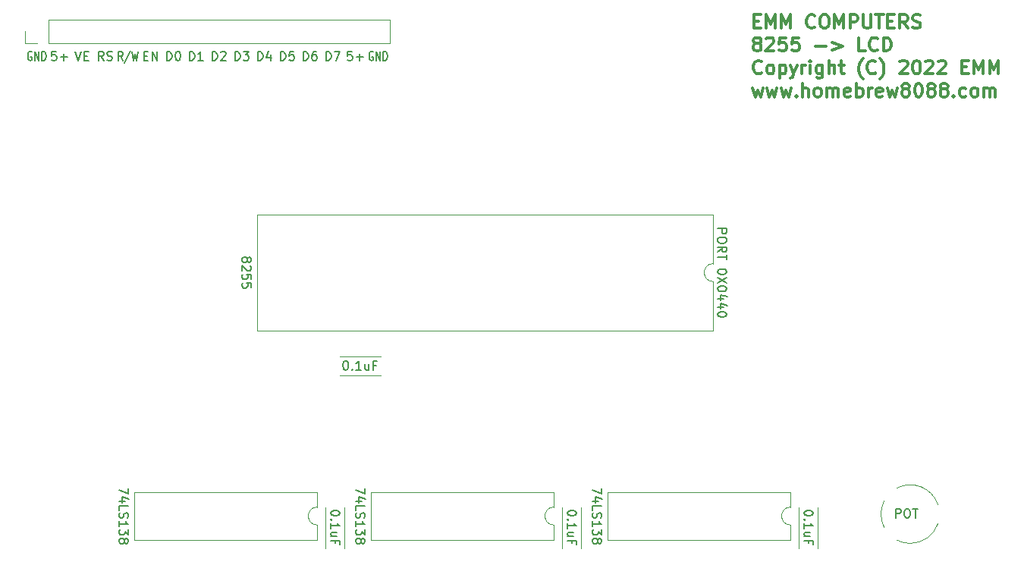
<source format=gbr>
G04 #@! TF.GenerationSoftware,KiCad,Pcbnew,(5.1.8)-1*
G04 #@! TF.CreationDate,2022-04-25T13:15:40-06:00*
G04 #@! TF.ProjectId,LCD 8255,4c434420-3832-4353-952e-6b696361645f,rev?*
G04 #@! TF.SameCoordinates,Original*
G04 #@! TF.FileFunction,Legend,Top*
G04 #@! TF.FilePolarity,Positive*
%FSLAX46Y46*%
G04 Gerber Fmt 4.6, Leading zero omitted, Abs format (unit mm)*
G04 Created by KiCad (PCBNEW (5.1.8)-1) date 2022-04-25 13:15:40*
%MOMM*%
%LPD*%
G01*
G04 APERTURE LIST*
%ADD10C,0.150000*%
%ADD11C,0.300000*%
%ADD12C,0.120000*%
G04 APERTURE END LIST*
D10*
X163885619Y-91615238D02*
X164885619Y-91615238D01*
X164885619Y-91996190D01*
X164838000Y-92091428D01*
X164790380Y-92139047D01*
X164695142Y-92186666D01*
X164552285Y-92186666D01*
X164457047Y-92139047D01*
X164409428Y-92091428D01*
X164361809Y-91996190D01*
X164361809Y-91615238D01*
X164885619Y-92805714D02*
X164885619Y-92996190D01*
X164838000Y-93091428D01*
X164742761Y-93186666D01*
X164552285Y-93234285D01*
X164218952Y-93234285D01*
X164028476Y-93186666D01*
X163933238Y-93091428D01*
X163885619Y-92996190D01*
X163885619Y-92805714D01*
X163933238Y-92710476D01*
X164028476Y-92615238D01*
X164218952Y-92567619D01*
X164552285Y-92567619D01*
X164742761Y-92615238D01*
X164838000Y-92710476D01*
X164885619Y-92805714D01*
X163885619Y-94234285D02*
X164361809Y-93900952D01*
X163885619Y-93662857D02*
X164885619Y-93662857D01*
X164885619Y-94043809D01*
X164838000Y-94139047D01*
X164790380Y-94186666D01*
X164695142Y-94234285D01*
X164552285Y-94234285D01*
X164457047Y-94186666D01*
X164409428Y-94139047D01*
X164361809Y-94043809D01*
X164361809Y-93662857D01*
X164885619Y-94520000D02*
X164885619Y-95091428D01*
X163885619Y-94805714D02*
X164885619Y-94805714D01*
X164885619Y-96377142D02*
X164885619Y-96472380D01*
X164838000Y-96567619D01*
X164790380Y-96615238D01*
X164695142Y-96662857D01*
X164504666Y-96710476D01*
X164266571Y-96710476D01*
X164076095Y-96662857D01*
X163980857Y-96615238D01*
X163933238Y-96567619D01*
X163885619Y-96472380D01*
X163885619Y-96377142D01*
X163933238Y-96281904D01*
X163980857Y-96234285D01*
X164076095Y-96186666D01*
X164266571Y-96139047D01*
X164504666Y-96139047D01*
X164695142Y-96186666D01*
X164790380Y-96234285D01*
X164838000Y-96281904D01*
X164885619Y-96377142D01*
X164885619Y-97043809D02*
X163885619Y-97710476D01*
X164885619Y-97710476D02*
X163885619Y-97043809D01*
X164885619Y-98281904D02*
X164885619Y-98377142D01*
X164838000Y-98472380D01*
X164790380Y-98520000D01*
X164695142Y-98567619D01*
X164504666Y-98615238D01*
X164266571Y-98615238D01*
X164076095Y-98567619D01*
X163980857Y-98520000D01*
X163933238Y-98472380D01*
X163885619Y-98377142D01*
X163885619Y-98281904D01*
X163933238Y-98186666D01*
X163980857Y-98139047D01*
X164076095Y-98091428D01*
X164266571Y-98043809D01*
X164504666Y-98043809D01*
X164695142Y-98091428D01*
X164790380Y-98139047D01*
X164838000Y-98186666D01*
X164885619Y-98281904D01*
X164552285Y-99472380D02*
X163885619Y-99472380D01*
X164933238Y-99234285D02*
X164218952Y-98996190D01*
X164218952Y-99615238D01*
X164552285Y-100424761D02*
X163885619Y-100424761D01*
X164933238Y-100186666D02*
X164218952Y-99948571D01*
X164218952Y-100567619D01*
X164885619Y-101139047D02*
X164885619Y-101234285D01*
X164838000Y-101329523D01*
X164790380Y-101377142D01*
X164695142Y-101424761D01*
X164504666Y-101472380D01*
X164266571Y-101472380D01*
X164076095Y-101424761D01*
X163980857Y-101377142D01*
X163933238Y-101329523D01*
X163885619Y-101234285D01*
X163885619Y-101139047D01*
X163933238Y-101043809D01*
X163980857Y-100996190D01*
X164076095Y-100948571D01*
X164266571Y-100900952D01*
X164504666Y-100900952D01*
X164695142Y-100948571D01*
X164790380Y-100996190D01*
X164838000Y-101043809D01*
X164885619Y-101139047D01*
D11*
X167938142Y-68457857D02*
X168438142Y-68457857D01*
X168652428Y-69243571D02*
X167938142Y-69243571D01*
X167938142Y-67743571D01*
X168652428Y-67743571D01*
X169295285Y-69243571D02*
X169295285Y-67743571D01*
X169795285Y-68815000D01*
X170295285Y-67743571D01*
X170295285Y-69243571D01*
X171009571Y-69243571D02*
X171009571Y-67743571D01*
X171509571Y-68815000D01*
X172009571Y-67743571D01*
X172009571Y-69243571D01*
X174723857Y-69100714D02*
X174652428Y-69172142D01*
X174438142Y-69243571D01*
X174295285Y-69243571D01*
X174081000Y-69172142D01*
X173938142Y-69029285D01*
X173866714Y-68886428D01*
X173795285Y-68600714D01*
X173795285Y-68386428D01*
X173866714Y-68100714D01*
X173938142Y-67957857D01*
X174081000Y-67815000D01*
X174295285Y-67743571D01*
X174438142Y-67743571D01*
X174652428Y-67815000D01*
X174723857Y-67886428D01*
X175652428Y-67743571D02*
X175938142Y-67743571D01*
X176081000Y-67815000D01*
X176223857Y-67957857D01*
X176295285Y-68243571D01*
X176295285Y-68743571D01*
X176223857Y-69029285D01*
X176081000Y-69172142D01*
X175938142Y-69243571D01*
X175652428Y-69243571D01*
X175509571Y-69172142D01*
X175366714Y-69029285D01*
X175295285Y-68743571D01*
X175295285Y-68243571D01*
X175366714Y-67957857D01*
X175509571Y-67815000D01*
X175652428Y-67743571D01*
X176938142Y-69243571D02*
X176938142Y-67743571D01*
X177438142Y-68815000D01*
X177938142Y-67743571D01*
X177938142Y-69243571D01*
X178652428Y-69243571D02*
X178652428Y-67743571D01*
X179223857Y-67743571D01*
X179366714Y-67815000D01*
X179438142Y-67886428D01*
X179509571Y-68029285D01*
X179509571Y-68243571D01*
X179438142Y-68386428D01*
X179366714Y-68457857D01*
X179223857Y-68529285D01*
X178652428Y-68529285D01*
X180152428Y-67743571D02*
X180152428Y-68957857D01*
X180223857Y-69100714D01*
X180295285Y-69172142D01*
X180438142Y-69243571D01*
X180723857Y-69243571D01*
X180866714Y-69172142D01*
X180938142Y-69100714D01*
X181009571Y-68957857D01*
X181009571Y-67743571D01*
X181509571Y-67743571D02*
X182366714Y-67743571D01*
X181938142Y-69243571D02*
X181938142Y-67743571D01*
X182866714Y-68457857D02*
X183366714Y-68457857D01*
X183581000Y-69243571D02*
X182866714Y-69243571D01*
X182866714Y-67743571D01*
X183581000Y-67743571D01*
X185081000Y-69243571D02*
X184581000Y-68529285D01*
X184223857Y-69243571D02*
X184223857Y-67743571D01*
X184795285Y-67743571D01*
X184938142Y-67815000D01*
X185009571Y-67886428D01*
X185081000Y-68029285D01*
X185081000Y-68243571D01*
X185009571Y-68386428D01*
X184938142Y-68457857D01*
X184795285Y-68529285D01*
X184223857Y-68529285D01*
X185652428Y-69172142D02*
X185866714Y-69243571D01*
X186223857Y-69243571D01*
X186366714Y-69172142D01*
X186438142Y-69100714D01*
X186509571Y-68957857D01*
X186509571Y-68815000D01*
X186438142Y-68672142D01*
X186366714Y-68600714D01*
X186223857Y-68529285D01*
X185938142Y-68457857D01*
X185795285Y-68386428D01*
X185723857Y-68315000D01*
X185652428Y-68172142D01*
X185652428Y-68029285D01*
X185723857Y-67886428D01*
X185795285Y-67815000D01*
X185938142Y-67743571D01*
X186295285Y-67743571D01*
X186509571Y-67815000D01*
X168152428Y-70936428D02*
X168009571Y-70865000D01*
X167938142Y-70793571D01*
X167866714Y-70650714D01*
X167866714Y-70579285D01*
X167938142Y-70436428D01*
X168009571Y-70365000D01*
X168152428Y-70293571D01*
X168438142Y-70293571D01*
X168581000Y-70365000D01*
X168652428Y-70436428D01*
X168723857Y-70579285D01*
X168723857Y-70650714D01*
X168652428Y-70793571D01*
X168581000Y-70865000D01*
X168438142Y-70936428D01*
X168152428Y-70936428D01*
X168009571Y-71007857D01*
X167938142Y-71079285D01*
X167866714Y-71222142D01*
X167866714Y-71507857D01*
X167938142Y-71650714D01*
X168009571Y-71722142D01*
X168152428Y-71793571D01*
X168438142Y-71793571D01*
X168581000Y-71722142D01*
X168652428Y-71650714D01*
X168723857Y-71507857D01*
X168723857Y-71222142D01*
X168652428Y-71079285D01*
X168581000Y-71007857D01*
X168438142Y-70936428D01*
X169295285Y-70436428D02*
X169366714Y-70365000D01*
X169509571Y-70293571D01*
X169866714Y-70293571D01*
X170009571Y-70365000D01*
X170081000Y-70436428D01*
X170152428Y-70579285D01*
X170152428Y-70722142D01*
X170081000Y-70936428D01*
X169223857Y-71793571D01*
X170152428Y-71793571D01*
X171509571Y-70293571D02*
X170795285Y-70293571D01*
X170723857Y-71007857D01*
X170795285Y-70936428D01*
X170938142Y-70865000D01*
X171295285Y-70865000D01*
X171438142Y-70936428D01*
X171509571Y-71007857D01*
X171581000Y-71150714D01*
X171581000Y-71507857D01*
X171509571Y-71650714D01*
X171438142Y-71722142D01*
X171295285Y-71793571D01*
X170938142Y-71793571D01*
X170795285Y-71722142D01*
X170723857Y-71650714D01*
X172938142Y-70293571D02*
X172223857Y-70293571D01*
X172152428Y-71007857D01*
X172223857Y-70936428D01*
X172366714Y-70865000D01*
X172723857Y-70865000D01*
X172866714Y-70936428D01*
X172938142Y-71007857D01*
X173009571Y-71150714D01*
X173009571Y-71507857D01*
X172938142Y-71650714D01*
X172866714Y-71722142D01*
X172723857Y-71793571D01*
X172366714Y-71793571D01*
X172223857Y-71722142D01*
X172152428Y-71650714D01*
X174795285Y-71222142D02*
X175938142Y-71222142D01*
X176652428Y-70793571D02*
X177795285Y-71222142D01*
X176652428Y-71650714D01*
X180366714Y-71793571D02*
X179652428Y-71793571D01*
X179652428Y-70293571D01*
X181723857Y-71650714D02*
X181652428Y-71722142D01*
X181438142Y-71793571D01*
X181295285Y-71793571D01*
X181081000Y-71722142D01*
X180938142Y-71579285D01*
X180866714Y-71436428D01*
X180795285Y-71150714D01*
X180795285Y-70936428D01*
X180866714Y-70650714D01*
X180938142Y-70507857D01*
X181081000Y-70365000D01*
X181295285Y-70293571D01*
X181438142Y-70293571D01*
X181652428Y-70365000D01*
X181723857Y-70436428D01*
X182366714Y-71793571D02*
X182366714Y-70293571D01*
X182723857Y-70293571D01*
X182938142Y-70365000D01*
X183081000Y-70507857D01*
X183152428Y-70650714D01*
X183223857Y-70936428D01*
X183223857Y-71150714D01*
X183152428Y-71436428D01*
X183081000Y-71579285D01*
X182938142Y-71722142D01*
X182723857Y-71793571D01*
X182366714Y-71793571D01*
X168795285Y-74200714D02*
X168723857Y-74272142D01*
X168509571Y-74343571D01*
X168366714Y-74343571D01*
X168152428Y-74272142D01*
X168009571Y-74129285D01*
X167938142Y-73986428D01*
X167866714Y-73700714D01*
X167866714Y-73486428D01*
X167938142Y-73200714D01*
X168009571Y-73057857D01*
X168152428Y-72915000D01*
X168366714Y-72843571D01*
X168509571Y-72843571D01*
X168723857Y-72915000D01*
X168795285Y-72986428D01*
X169652428Y-74343571D02*
X169509571Y-74272142D01*
X169438142Y-74200714D01*
X169366714Y-74057857D01*
X169366714Y-73629285D01*
X169438142Y-73486428D01*
X169509571Y-73415000D01*
X169652428Y-73343571D01*
X169866714Y-73343571D01*
X170009571Y-73415000D01*
X170081000Y-73486428D01*
X170152428Y-73629285D01*
X170152428Y-74057857D01*
X170081000Y-74200714D01*
X170009571Y-74272142D01*
X169866714Y-74343571D01*
X169652428Y-74343571D01*
X170795285Y-73343571D02*
X170795285Y-74843571D01*
X170795285Y-73415000D02*
X170938142Y-73343571D01*
X171223857Y-73343571D01*
X171366714Y-73415000D01*
X171438142Y-73486428D01*
X171509571Y-73629285D01*
X171509571Y-74057857D01*
X171438142Y-74200714D01*
X171366714Y-74272142D01*
X171223857Y-74343571D01*
X170938142Y-74343571D01*
X170795285Y-74272142D01*
X172009571Y-73343571D02*
X172366714Y-74343571D01*
X172723857Y-73343571D02*
X172366714Y-74343571D01*
X172223857Y-74700714D01*
X172152428Y-74772142D01*
X172009571Y-74843571D01*
X173295285Y-74343571D02*
X173295285Y-73343571D01*
X173295285Y-73629285D02*
X173366714Y-73486428D01*
X173438142Y-73415000D01*
X173581000Y-73343571D01*
X173723857Y-73343571D01*
X174223857Y-74343571D02*
X174223857Y-73343571D01*
X174223857Y-72843571D02*
X174152428Y-72915000D01*
X174223857Y-72986428D01*
X174295285Y-72915000D01*
X174223857Y-72843571D01*
X174223857Y-72986428D01*
X175581000Y-73343571D02*
X175581000Y-74557857D01*
X175509571Y-74700714D01*
X175438142Y-74772142D01*
X175295285Y-74843571D01*
X175081000Y-74843571D01*
X174938142Y-74772142D01*
X175581000Y-74272142D02*
X175438142Y-74343571D01*
X175152428Y-74343571D01*
X175009571Y-74272142D01*
X174938142Y-74200714D01*
X174866714Y-74057857D01*
X174866714Y-73629285D01*
X174938142Y-73486428D01*
X175009571Y-73415000D01*
X175152428Y-73343571D01*
X175438142Y-73343571D01*
X175581000Y-73415000D01*
X176295285Y-74343571D02*
X176295285Y-72843571D01*
X176938142Y-74343571D02*
X176938142Y-73557857D01*
X176866714Y-73415000D01*
X176723857Y-73343571D01*
X176509571Y-73343571D01*
X176366714Y-73415000D01*
X176295285Y-73486428D01*
X177438142Y-73343571D02*
X178009571Y-73343571D01*
X177652428Y-72843571D02*
X177652428Y-74129285D01*
X177723857Y-74272142D01*
X177866714Y-74343571D01*
X178009571Y-74343571D01*
X180081000Y-74915000D02*
X180009571Y-74843571D01*
X179866714Y-74629285D01*
X179795285Y-74486428D01*
X179723857Y-74272142D01*
X179652428Y-73915000D01*
X179652428Y-73629285D01*
X179723857Y-73272142D01*
X179795285Y-73057857D01*
X179866714Y-72915000D01*
X180009571Y-72700714D01*
X180081000Y-72629285D01*
X181509571Y-74200714D02*
X181438142Y-74272142D01*
X181223857Y-74343571D01*
X181081000Y-74343571D01*
X180866714Y-74272142D01*
X180723857Y-74129285D01*
X180652428Y-73986428D01*
X180581000Y-73700714D01*
X180581000Y-73486428D01*
X180652428Y-73200714D01*
X180723857Y-73057857D01*
X180866714Y-72915000D01*
X181081000Y-72843571D01*
X181223857Y-72843571D01*
X181438142Y-72915000D01*
X181509571Y-72986428D01*
X182009571Y-74915000D02*
X182081000Y-74843571D01*
X182223857Y-74629285D01*
X182295285Y-74486428D01*
X182366714Y-74272142D01*
X182438142Y-73915000D01*
X182438142Y-73629285D01*
X182366714Y-73272142D01*
X182295285Y-73057857D01*
X182223857Y-72915000D01*
X182081000Y-72700714D01*
X182009571Y-72629285D01*
X184223857Y-72986428D02*
X184295285Y-72915000D01*
X184438142Y-72843571D01*
X184795285Y-72843571D01*
X184938142Y-72915000D01*
X185009571Y-72986428D01*
X185081000Y-73129285D01*
X185081000Y-73272142D01*
X185009571Y-73486428D01*
X184152428Y-74343571D01*
X185081000Y-74343571D01*
X186009571Y-72843571D02*
X186152428Y-72843571D01*
X186295285Y-72915000D01*
X186366714Y-72986428D01*
X186438142Y-73129285D01*
X186509571Y-73415000D01*
X186509571Y-73772142D01*
X186438142Y-74057857D01*
X186366714Y-74200714D01*
X186295285Y-74272142D01*
X186152428Y-74343571D01*
X186009571Y-74343571D01*
X185866714Y-74272142D01*
X185795285Y-74200714D01*
X185723857Y-74057857D01*
X185652428Y-73772142D01*
X185652428Y-73415000D01*
X185723857Y-73129285D01*
X185795285Y-72986428D01*
X185866714Y-72915000D01*
X186009571Y-72843571D01*
X187081000Y-72986428D02*
X187152428Y-72915000D01*
X187295285Y-72843571D01*
X187652428Y-72843571D01*
X187795285Y-72915000D01*
X187866714Y-72986428D01*
X187938142Y-73129285D01*
X187938142Y-73272142D01*
X187866714Y-73486428D01*
X187009571Y-74343571D01*
X187938142Y-74343571D01*
X188509571Y-72986428D02*
X188581000Y-72915000D01*
X188723857Y-72843571D01*
X189081000Y-72843571D01*
X189223857Y-72915000D01*
X189295285Y-72986428D01*
X189366714Y-73129285D01*
X189366714Y-73272142D01*
X189295285Y-73486428D01*
X188438142Y-74343571D01*
X189366714Y-74343571D01*
X191152428Y-73557857D02*
X191652428Y-73557857D01*
X191866714Y-74343571D02*
X191152428Y-74343571D01*
X191152428Y-72843571D01*
X191866714Y-72843571D01*
X192509571Y-74343571D02*
X192509571Y-72843571D01*
X193009571Y-73915000D01*
X193509571Y-72843571D01*
X193509571Y-74343571D01*
X194223857Y-74343571D02*
X194223857Y-72843571D01*
X194723857Y-73915000D01*
X195223857Y-72843571D01*
X195223857Y-74343571D01*
X167795285Y-75893571D02*
X168081000Y-76893571D01*
X168366714Y-76179285D01*
X168652428Y-76893571D01*
X168938142Y-75893571D01*
X169366714Y-75893571D02*
X169652428Y-76893571D01*
X169938142Y-76179285D01*
X170223857Y-76893571D01*
X170509571Y-75893571D01*
X170938142Y-75893571D02*
X171223857Y-76893571D01*
X171509571Y-76179285D01*
X171795285Y-76893571D01*
X172081000Y-75893571D01*
X172652428Y-76750714D02*
X172723857Y-76822142D01*
X172652428Y-76893571D01*
X172581000Y-76822142D01*
X172652428Y-76750714D01*
X172652428Y-76893571D01*
X173366714Y-76893571D02*
X173366714Y-75393571D01*
X174009571Y-76893571D02*
X174009571Y-76107857D01*
X173938142Y-75965000D01*
X173795285Y-75893571D01*
X173581000Y-75893571D01*
X173438142Y-75965000D01*
X173366714Y-76036428D01*
X174938142Y-76893571D02*
X174795285Y-76822142D01*
X174723857Y-76750714D01*
X174652428Y-76607857D01*
X174652428Y-76179285D01*
X174723857Y-76036428D01*
X174795285Y-75965000D01*
X174938142Y-75893571D01*
X175152428Y-75893571D01*
X175295285Y-75965000D01*
X175366714Y-76036428D01*
X175438142Y-76179285D01*
X175438142Y-76607857D01*
X175366714Y-76750714D01*
X175295285Y-76822142D01*
X175152428Y-76893571D01*
X174938142Y-76893571D01*
X176081000Y-76893571D02*
X176081000Y-75893571D01*
X176081000Y-76036428D02*
X176152428Y-75965000D01*
X176295285Y-75893571D01*
X176509571Y-75893571D01*
X176652428Y-75965000D01*
X176723857Y-76107857D01*
X176723857Y-76893571D01*
X176723857Y-76107857D02*
X176795285Y-75965000D01*
X176938142Y-75893571D01*
X177152428Y-75893571D01*
X177295285Y-75965000D01*
X177366714Y-76107857D01*
X177366714Y-76893571D01*
X178652428Y-76822142D02*
X178509571Y-76893571D01*
X178223857Y-76893571D01*
X178081000Y-76822142D01*
X178009571Y-76679285D01*
X178009571Y-76107857D01*
X178081000Y-75965000D01*
X178223857Y-75893571D01*
X178509571Y-75893571D01*
X178652428Y-75965000D01*
X178723857Y-76107857D01*
X178723857Y-76250714D01*
X178009571Y-76393571D01*
X179366714Y-76893571D02*
X179366714Y-75393571D01*
X179366714Y-75965000D02*
X179509571Y-75893571D01*
X179795285Y-75893571D01*
X179938142Y-75965000D01*
X180009571Y-76036428D01*
X180081000Y-76179285D01*
X180081000Y-76607857D01*
X180009571Y-76750714D01*
X179938142Y-76822142D01*
X179795285Y-76893571D01*
X179509571Y-76893571D01*
X179366714Y-76822142D01*
X180723857Y-76893571D02*
X180723857Y-75893571D01*
X180723857Y-76179285D02*
X180795285Y-76036428D01*
X180866714Y-75965000D01*
X181009571Y-75893571D01*
X181152428Y-75893571D01*
X182223857Y-76822142D02*
X182081000Y-76893571D01*
X181795285Y-76893571D01*
X181652428Y-76822142D01*
X181581000Y-76679285D01*
X181581000Y-76107857D01*
X181652428Y-75965000D01*
X181795285Y-75893571D01*
X182081000Y-75893571D01*
X182223857Y-75965000D01*
X182295285Y-76107857D01*
X182295285Y-76250714D01*
X181581000Y-76393571D01*
X182795285Y-75893571D02*
X183081000Y-76893571D01*
X183366714Y-76179285D01*
X183652428Y-76893571D01*
X183938142Y-75893571D01*
X184723857Y-76036428D02*
X184581000Y-75965000D01*
X184509571Y-75893571D01*
X184438142Y-75750714D01*
X184438142Y-75679285D01*
X184509571Y-75536428D01*
X184581000Y-75465000D01*
X184723857Y-75393571D01*
X185009571Y-75393571D01*
X185152428Y-75465000D01*
X185223857Y-75536428D01*
X185295285Y-75679285D01*
X185295285Y-75750714D01*
X185223857Y-75893571D01*
X185152428Y-75965000D01*
X185009571Y-76036428D01*
X184723857Y-76036428D01*
X184581000Y-76107857D01*
X184509571Y-76179285D01*
X184438142Y-76322142D01*
X184438142Y-76607857D01*
X184509571Y-76750714D01*
X184581000Y-76822142D01*
X184723857Y-76893571D01*
X185009571Y-76893571D01*
X185152428Y-76822142D01*
X185223857Y-76750714D01*
X185295285Y-76607857D01*
X185295285Y-76322142D01*
X185223857Y-76179285D01*
X185152428Y-76107857D01*
X185009571Y-76036428D01*
X186223857Y-75393571D02*
X186366714Y-75393571D01*
X186509571Y-75465000D01*
X186581000Y-75536428D01*
X186652428Y-75679285D01*
X186723857Y-75965000D01*
X186723857Y-76322142D01*
X186652428Y-76607857D01*
X186581000Y-76750714D01*
X186509571Y-76822142D01*
X186366714Y-76893571D01*
X186223857Y-76893571D01*
X186081000Y-76822142D01*
X186009571Y-76750714D01*
X185938142Y-76607857D01*
X185866714Y-76322142D01*
X185866714Y-75965000D01*
X185938142Y-75679285D01*
X186009571Y-75536428D01*
X186081000Y-75465000D01*
X186223857Y-75393571D01*
X187581000Y-76036428D02*
X187438142Y-75965000D01*
X187366714Y-75893571D01*
X187295285Y-75750714D01*
X187295285Y-75679285D01*
X187366714Y-75536428D01*
X187438142Y-75465000D01*
X187581000Y-75393571D01*
X187866714Y-75393571D01*
X188009571Y-75465000D01*
X188081000Y-75536428D01*
X188152428Y-75679285D01*
X188152428Y-75750714D01*
X188081000Y-75893571D01*
X188009571Y-75965000D01*
X187866714Y-76036428D01*
X187581000Y-76036428D01*
X187438142Y-76107857D01*
X187366714Y-76179285D01*
X187295285Y-76322142D01*
X187295285Y-76607857D01*
X187366714Y-76750714D01*
X187438142Y-76822142D01*
X187581000Y-76893571D01*
X187866714Y-76893571D01*
X188009571Y-76822142D01*
X188081000Y-76750714D01*
X188152428Y-76607857D01*
X188152428Y-76322142D01*
X188081000Y-76179285D01*
X188009571Y-76107857D01*
X187866714Y-76036428D01*
X189009571Y-76036428D02*
X188866714Y-75965000D01*
X188795285Y-75893571D01*
X188723857Y-75750714D01*
X188723857Y-75679285D01*
X188795285Y-75536428D01*
X188866714Y-75465000D01*
X189009571Y-75393571D01*
X189295285Y-75393571D01*
X189438142Y-75465000D01*
X189509571Y-75536428D01*
X189581000Y-75679285D01*
X189581000Y-75750714D01*
X189509571Y-75893571D01*
X189438142Y-75965000D01*
X189295285Y-76036428D01*
X189009571Y-76036428D01*
X188866714Y-76107857D01*
X188795285Y-76179285D01*
X188723857Y-76322142D01*
X188723857Y-76607857D01*
X188795285Y-76750714D01*
X188866714Y-76822142D01*
X189009571Y-76893571D01*
X189295285Y-76893571D01*
X189438142Y-76822142D01*
X189509571Y-76750714D01*
X189581000Y-76607857D01*
X189581000Y-76322142D01*
X189509571Y-76179285D01*
X189438142Y-76107857D01*
X189295285Y-76036428D01*
X190223857Y-76750714D02*
X190295285Y-76822142D01*
X190223857Y-76893571D01*
X190152428Y-76822142D01*
X190223857Y-76750714D01*
X190223857Y-76893571D01*
X191581000Y-76822142D02*
X191438142Y-76893571D01*
X191152428Y-76893571D01*
X191009571Y-76822142D01*
X190938142Y-76750714D01*
X190866714Y-76607857D01*
X190866714Y-76179285D01*
X190938142Y-76036428D01*
X191009571Y-75965000D01*
X191152428Y-75893571D01*
X191438142Y-75893571D01*
X191581000Y-75965000D01*
X192438142Y-76893571D02*
X192295285Y-76822142D01*
X192223857Y-76750714D01*
X192152428Y-76607857D01*
X192152428Y-76179285D01*
X192223857Y-76036428D01*
X192295285Y-75965000D01*
X192438142Y-75893571D01*
X192652428Y-75893571D01*
X192795285Y-75965000D01*
X192866714Y-76036428D01*
X192938142Y-76179285D01*
X192938142Y-76607857D01*
X192866714Y-76750714D01*
X192795285Y-76822142D01*
X192652428Y-76893571D01*
X192438142Y-76893571D01*
X193581000Y-76893571D02*
X193581000Y-75893571D01*
X193581000Y-76036428D02*
X193652428Y-75965000D01*
X193795285Y-75893571D01*
X194009571Y-75893571D01*
X194152428Y-75965000D01*
X194223857Y-76107857D01*
X194223857Y-76893571D01*
X194223857Y-76107857D02*
X194295285Y-75965000D01*
X194438142Y-75893571D01*
X194652428Y-75893571D01*
X194795285Y-75965000D01*
X194866714Y-76107857D01*
X194866714Y-76893571D01*
D10*
X120165904Y-72842380D02*
X120165904Y-71842380D01*
X120404000Y-71842380D01*
X120546857Y-71890000D01*
X120642095Y-71985238D01*
X120689714Y-72080476D01*
X120737333Y-72270952D01*
X120737333Y-72413809D01*
X120689714Y-72604285D01*
X120642095Y-72699523D01*
X120546857Y-72794761D01*
X120404000Y-72842380D01*
X120165904Y-72842380D01*
X121070666Y-71842380D02*
X121737333Y-71842380D01*
X121308761Y-72842380D01*
X117625904Y-72842380D02*
X117625904Y-71842380D01*
X117864000Y-71842380D01*
X118006857Y-71890000D01*
X118102095Y-71985238D01*
X118149714Y-72080476D01*
X118197333Y-72270952D01*
X118197333Y-72413809D01*
X118149714Y-72604285D01*
X118102095Y-72699523D01*
X118006857Y-72794761D01*
X117864000Y-72842380D01*
X117625904Y-72842380D01*
X119054476Y-71842380D02*
X118864000Y-71842380D01*
X118768761Y-71890000D01*
X118721142Y-71937619D01*
X118625904Y-72080476D01*
X118578285Y-72270952D01*
X118578285Y-72651904D01*
X118625904Y-72747142D01*
X118673523Y-72794761D01*
X118768761Y-72842380D01*
X118959238Y-72842380D01*
X119054476Y-72794761D01*
X119102095Y-72747142D01*
X119149714Y-72651904D01*
X119149714Y-72413809D01*
X119102095Y-72318571D01*
X119054476Y-72270952D01*
X118959238Y-72223333D01*
X118768761Y-72223333D01*
X118673523Y-72270952D01*
X118625904Y-72318571D01*
X118578285Y-72413809D01*
X115085904Y-72842380D02*
X115085904Y-71842380D01*
X115324000Y-71842380D01*
X115466857Y-71890000D01*
X115562095Y-71985238D01*
X115609714Y-72080476D01*
X115657333Y-72270952D01*
X115657333Y-72413809D01*
X115609714Y-72604285D01*
X115562095Y-72699523D01*
X115466857Y-72794761D01*
X115324000Y-72842380D01*
X115085904Y-72842380D01*
X116562095Y-71842380D02*
X116085904Y-71842380D01*
X116038285Y-72318571D01*
X116085904Y-72270952D01*
X116181142Y-72223333D01*
X116419238Y-72223333D01*
X116514476Y-72270952D01*
X116562095Y-72318571D01*
X116609714Y-72413809D01*
X116609714Y-72651904D01*
X116562095Y-72747142D01*
X116514476Y-72794761D01*
X116419238Y-72842380D01*
X116181142Y-72842380D01*
X116085904Y-72794761D01*
X116038285Y-72747142D01*
X112545904Y-72842380D02*
X112545904Y-71842380D01*
X112784000Y-71842380D01*
X112926857Y-71890000D01*
X113022095Y-71985238D01*
X113069714Y-72080476D01*
X113117333Y-72270952D01*
X113117333Y-72413809D01*
X113069714Y-72604285D01*
X113022095Y-72699523D01*
X112926857Y-72794761D01*
X112784000Y-72842380D01*
X112545904Y-72842380D01*
X113974476Y-72175714D02*
X113974476Y-72842380D01*
X113736380Y-71794761D02*
X113498285Y-72509047D01*
X114117333Y-72509047D01*
X110005904Y-72842380D02*
X110005904Y-71842380D01*
X110244000Y-71842380D01*
X110386857Y-71890000D01*
X110482095Y-71985238D01*
X110529714Y-72080476D01*
X110577333Y-72270952D01*
X110577333Y-72413809D01*
X110529714Y-72604285D01*
X110482095Y-72699523D01*
X110386857Y-72794761D01*
X110244000Y-72842380D01*
X110005904Y-72842380D01*
X110910666Y-71842380D02*
X111529714Y-71842380D01*
X111196380Y-72223333D01*
X111339238Y-72223333D01*
X111434476Y-72270952D01*
X111482095Y-72318571D01*
X111529714Y-72413809D01*
X111529714Y-72651904D01*
X111482095Y-72747142D01*
X111434476Y-72794761D01*
X111339238Y-72842380D01*
X111053523Y-72842380D01*
X110958285Y-72794761D01*
X110910666Y-72747142D01*
X107465904Y-72842380D02*
X107465904Y-71842380D01*
X107704000Y-71842380D01*
X107846857Y-71890000D01*
X107942095Y-71985238D01*
X107989714Y-72080476D01*
X108037333Y-72270952D01*
X108037333Y-72413809D01*
X107989714Y-72604285D01*
X107942095Y-72699523D01*
X107846857Y-72794761D01*
X107704000Y-72842380D01*
X107465904Y-72842380D01*
X108418285Y-71937619D02*
X108465904Y-71890000D01*
X108561142Y-71842380D01*
X108799238Y-71842380D01*
X108894476Y-71890000D01*
X108942095Y-71937619D01*
X108989714Y-72032857D01*
X108989714Y-72128095D01*
X108942095Y-72270952D01*
X108370666Y-72842380D01*
X108989714Y-72842380D01*
X104925904Y-72842380D02*
X104925904Y-71842380D01*
X105164000Y-71842380D01*
X105306857Y-71890000D01*
X105402095Y-71985238D01*
X105449714Y-72080476D01*
X105497333Y-72270952D01*
X105497333Y-72413809D01*
X105449714Y-72604285D01*
X105402095Y-72699523D01*
X105306857Y-72794761D01*
X105164000Y-72842380D01*
X104925904Y-72842380D01*
X106449714Y-72842380D02*
X105878285Y-72842380D01*
X106164000Y-72842380D02*
X106164000Y-71842380D01*
X106068761Y-71985238D01*
X105973523Y-72080476D01*
X105878285Y-72128095D01*
X102385904Y-72842380D02*
X102385904Y-71842380D01*
X102624000Y-71842380D01*
X102766857Y-71890000D01*
X102862095Y-71985238D01*
X102909714Y-72080476D01*
X102957333Y-72270952D01*
X102957333Y-72413809D01*
X102909714Y-72604285D01*
X102862095Y-72699523D01*
X102766857Y-72794761D01*
X102624000Y-72842380D01*
X102385904Y-72842380D01*
X103576380Y-71842380D02*
X103671619Y-71842380D01*
X103766857Y-71890000D01*
X103814476Y-71937619D01*
X103862095Y-72032857D01*
X103909714Y-72223333D01*
X103909714Y-72461428D01*
X103862095Y-72651904D01*
X103814476Y-72747142D01*
X103766857Y-72794761D01*
X103671619Y-72842380D01*
X103576380Y-72842380D01*
X103481142Y-72794761D01*
X103433523Y-72747142D01*
X103385904Y-72651904D01*
X103338285Y-72461428D01*
X103338285Y-72223333D01*
X103385904Y-72032857D01*
X103433523Y-71937619D01*
X103481142Y-71890000D01*
X103576380Y-71842380D01*
X92178285Y-71842380D02*
X92511619Y-72842380D01*
X92844952Y-71842380D01*
X93178285Y-72318571D02*
X93511619Y-72318571D01*
X93654476Y-72842380D02*
X93178285Y-72842380D01*
X93178285Y-71842380D01*
X93654476Y-71842380D01*
X99845904Y-72318571D02*
X100179238Y-72318571D01*
X100322095Y-72842380D02*
X99845904Y-72842380D01*
X99845904Y-71842380D01*
X100322095Y-71842380D01*
X100750666Y-72842380D02*
X100750666Y-71842380D01*
X101322095Y-72842380D01*
X101322095Y-71842380D01*
X97445285Y-72842380D02*
X97191285Y-72366190D01*
X97009857Y-72842380D02*
X97009857Y-71842380D01*
X97300142Y-71842380D01*
X97372714Y-71890000D01*
X97409000Y-71937619D01*
X97445285Y-72032857D01*
X97445285Y-72175714D01*
X97409000Y-72270952D01*
X97372714Y-72318571D01*
X97300142Y-72366190D01*
X97009857Y-72366190D01*
X98316142Y-71794761D02*
X97663000Y-73080476D01*
X98497571Y-71842380D02*
X98679000Y-72842380D01*
X98824142Y-72128095D01*
X98969285Y-72842380D01*
X99150714Y-71842380D01*
X95337333Y-72842380D02*
X95004000Y-72366190D01*
X94765904Y-72842380D02*
X94765904Y-71842380D01*
X95146857Y-71842380D01*
X95242095Y-71890000D01*
X95289714Y-71937619D01*
X95337333Y-72032857D01*
X95337333Y-72175714D01*
X95289714Y-72270952D01*
X95242095Y-72318571D01*
X95146857Y-72366190D01*
X94765904Y-72366190D01*
X95718285Y-72794761D02*
X95861142Y-72842380D01*
X96099238Y-72842380D01*
X96194476Y-72794761D01*
X96242095Y-72747142D01*
X96289714Y-72651904D01*
X96289714Y-72556666D01*
X96242095Y-72461428D01*
X96194476Y-72413809D01*
X96099238Y-72366190D01*
X95908761Y-72318571D01*
X95813523Y-72270952D01*
X95765904Y-72223333D01*
X95718285Y-72128095D01*
X95718285Y-72032857D01*
X95765904Y-71937619D01*
X95813523Y-71890000D01*
X95908761Y-71842380D01*
X96146857Y-71842380D01*
X96289714Y-71890000D01*
X123063047Y-71842380D02*
X122586857Y-71842380D01*
X122539238Y-72318571D01*
X122586857Y-72270952D01*
X122682095Y-72223333D01*
X122920190Y-72223333D01*
X123015428Y-72270952D01*
X123063047Y-72318571D01*
X123110666Y-72413809D01*
X123110666Y-72651904D01*
X123063047Y-72747142D01*
X123015428Y-72794761D01*
X122920190Y-72842380D01*
X122682095Y-72842380D01*
X122586857Y-72794761D01*
X122539238Y-72747142D01*
X123539238Y-72461428D02*
X124301142Y-72461428D01*
X123920190Y-72842380D02*
X123920190Y-72080476D01*
X125403428Y-71890000D02*
X125330857Y-71842380D01*
X125222000Y-71842380D01*
X125113142Y-71890000D01*
X125040571Y-71985238D01*
X125004285Y-72080476D01*
X124968000Y-72270952D01*
X124968000Y-72413809D01*
X125004285Y-72604285D01*
X125040571Y-72699523D01*
X125113142Y-72794761D01*
X125222000Y-72842380D01*
X125294571Y-72842380D01*
X125403428Y-72794761D01*
X125439714Y-72747142D01*
X125439714Y-72413809D01*
X125294571Y-72413809D01*
X125766285Y-72842380D02*
X125766285Y-71842380D01*
X126201714Y-72842380D01*
X126201714Y-71842380D01*
X126564571Y-72842380D02*
X126564571Y-71842380D01*
X126746000Y-71842380D01*
X126854857Y-71890000D01*
X126927428Y-71985238D01*
X126963714Y-72080476D01*
X127000000Y-72270952D01*
X127000000Y-72413809D01*
X126963714Y-72604285D01*
X126927428Y-72699523D01*
X126854857Y-72794761D01*
X126746000Y-72842380D01*
X126564571Y-72842380D01*
X90043047Y-71842380D02*
X89566857Y-71842380D01*
X89519238Y-72318571D01*
X89566857Y-72270952D01*
X89662095Y-72223333D01*
X89900190Y-72223333D01*
X89995428Y-72270952D01*
X90043047Y-72318571D01*
X90090666Y-72413809D01*
X90090666Y-72651904D01*
X90043047Y-72747142D01*
X89995428Y-72794761D01*
X89900190Y-72842380D01*
X89662095Y-72842380D01*
X89566857Y-72794761D01*
X89519238Y-72747142D01*
X90519238Y-72461428D02*
X91281142Y-72461428D01*
X90900190Y-72842380D02*
X90900190Y-72080476D01*
X87303428Y-71890000D02*
X87230857Y-71842380D01*
X87122000Y-71842380D01*
X87013142Y-71890000D01*
X86940571Y-71985238D01*
X86904285Y-72080476D01*
X86868000Y-72270952D01*
X86868000Y-72413809D01*
X86904285Y-72604285D01*
X86940571Y-72699523D01*
X87013142Y-72794761D01*
X87122000Y-72842380D01*
X87194571Y-72842380D01*
X87303428Y-72794761D01*
X87339714Y-72747142D01*
X87339714Y-72413809D01*
X87194571Y-72413809D01*
X87666285Y-72842380D02*
X87666285Y-71842380D01*
X88101714Y-72842380D01*
X88101714Y-71842380D01*
X88464571Y-72842380D02*
X88464571Y-71842380D01*
X88646000Y-71842380D01*
X88754857Y-71890000D01*
X88827428Y-71985238D01*
X88863714Y-72080476D01*
X88900000Y-72270952D01*
X88900000Y-72413809D01*
X88863714Y-72604285D01*
X88827428Y-72699523D01*
X88754857Y-72794761D01*
X88646000Y-72842380D01*
X88464571Y-72842380D01*
X183745333Y-123896380D02*
X183745333Y-122896380D01*
X184126285Y-122896380D01*
X184221523Y-122944000D01*
X184269142Y-122991619D01*
X184316761Y-123086857D01*
X184316761Y-123229714D01*
X184269142Y-123324952D01*
X184221523Y-123372571D01*
X184126285Y-123420190D01*
X183745333Y-123420190D01*
X184935809Y-122896380D02*
X185126285Y-122896380D01*
X185221523Y-122944000D01*
X185316761Y-123039238D01*
X185364380Y-123229714D01*
X185364380Y-123563047D01*
X185316761Y-123753523D01*
X185221523Y-123848761D01*
X185126285Y-123896380D01*
X184935809Y-123896380D01*
X184840571Y-123848761D01*
X184745333Y-123753523D01*
X184697714Y-123563047D01*
X184697714Y-123229714D01*
X184745333Y-123039238D01*
X184840571Y-122944000D01*
X184935809Y-122896380D01*
X185650095Y-122896380D02*
X186221523Y-122896380D01*
X185935809Y-123896380D02*
X185935809Y-122896380D01*
X122309142Y-106386380D02*
X122404380Y-106386380D01*
X122499619Y-106434000D01*
X122547238Y-106481619D01*
X122594857Y-106576857D01*
X122642476Y-106767333D01*
X122642476Y-107005428D01*
X122594857Y-107195904D01*
X122547238Y-107291142D01*
X122499619Y-107338761D01*
X122404380Y-107386380D01*
X122309142Y-107386380D01*
X122213904Y-107338761D01*
X122166285Y-107291142D01*
X122118666Y-107195904D01*
X122071047Y-107005428D01*
X122071047Y-106767333D01*
X122118666Y-106576857D01*
X122166285Y-106481619D01*
X122213904Y-106434000D01*
X122309142Y-106386380D01*
X123071047Y-107291142D02*
X123118666Y-107338761D01*
X123071047Y-107386380D01*
X123023428Y-107338761D01*
X123071047Y-107291142D01*
X123071047Y-107386380D01*
X124071047Y-107386380D02*
X123499619Y-107386380D01*
X123785333Y-107386380D02*
X123785333Y-106386380D01*
X123690095Y-106529238D01*
X123594857Y-106624476D01*
X123499619Y-106672095D01*
X124928190Y-106719714D02*
X124928190Y-107386380D01*
X124499619Y-106719714D02*
X124499619Y-107243523D01*
X124547238Y-107338761D01*
X124642476Y-107386380D01*
X124785333Y-107386380D01*
X124880571Y-107338761D01*
X124928190Y-107291142D01*
X125737714Y-106862571D02*
X125404380Y-106862571D01*
X125404380Y-107386380D02*
X125404380Y-106386380D01*
X125880571Y-106386380D01*
X121705619Y-123325142D02*
X121705619Y-123420380D01*
X121658000Y-123515619D01*
X121610380Y-123563238D01*
X121515142Y-123610857D01*
X121324666Y-123658476D01*
X121086571Y-123658476D01*
X120896095Y-123610857D01*
X120800857Y-123563238D01*
X120753238Y-123515619D01*
X120705619Y-123420380D01*
X120705619Y-123325142D01*
X120753238Y-123229904D01*
X120800857Y-123182285D01*
X120896095Y-123134666D01*
X121086571Y-123087047D01*
X121324666Y-123087047D01*
X121515142Y-123134666D01*
X121610380Y-123182285D01*
X121658000Y-123229904D01*
X121705619Y-123325142D01*
X120800857Y-124087047D02*
X120753238Y-124134666D01*
X120705619Y-124087047D01*
X120753238Y-124039428D01*
X120800857Y-124087047D01*
X120705619Y-124087047D01*
X120705619Y-125087047D02*
X120705619Y-124515619D01*
X120705619Y-124801333D02*
X121705619Y-124801333D01*
X121562761Y-124706095D01*
X121467523Y-124610857D01*
X121419904Y-124515619D01*
X121372285Y-125944190D02*
X120705619Y-125944190D01*
X121372285Y-125515619D02*
X120848476Y-125515619D01*
X120753238Y-125563238D01*
X120705619Y-125658476D01*
X120705619Y-125801333D01*
X120753238Y-125896571D01*
X120800857Y-125944190D01*
X121229428Y-126753714D02*
X121229428Y-126420380D01*
X120705619Y-126420380D02*
X121705619Y-126420380D01*
X121705619Y-126896571D01*
X148121619Y-123325142D02*
X148121619Y-123420380D01*
X148074000Y-123515619D01*
X148026380Y-123563238D01*
X147931142Y-123610857D01*
X147740666Y-123658476D01*
X147502571Y-123658476D01*
X147312095Y-123610857D01*
X147216857Y-123563238D01*
X147169238Y-123515619D01*
X147121619Y-123420380D01*
X147121619Y-123325142D01*
X147169238Y-123229904D01*
X147216857Y-123182285D01*
X147312095Y-123134666D01*
X147502571Y-123087047D01*
X147740666Y-123087047D01*
X147931142Y-123134666D01*
X148026380Y-123182285D01*
X148074000Y-123229904D01*
X148121619Y-123325142D01*
X147216857Y-124087047D02*
X147169238Y-124134666D01*
X147121619Y-124087047D01*
X147169238Y-124039428D01*
X147216857Y-124087047D01*
X147121619Y-124087047D01*
X147121619Y-125087047D02*
X147121619Y-124515619D01*
X147121619Y-124801333D02*
X148121619Y-124801333D01*
X147978761Y-124706095D01*
X147883523Y-124610857D01*
X147835904Y-124515619D01*
X147788285Y-125944190D02*
X147121619Y-125944190D01*
X147788285Y-125515619D02*
X147264476Y-125515619D01*
X147169238Y-125563238D01*
X147121619Y-125658476D01*
X147121619Y-125801333D01*
X147169238Y-125896571D01*
X147216857Y-125944190D01*
X147645428Y-126753714D02*
X147645428Y-126420380D01*
X147121619Y-126420380D02*
X148121619Y-126420380D01*
X148121619Y-126896571D01*
X174537619Y-123325142D02*
X174537619Y-123420380D01*
X174490000Y-123515619D01*
X174442380Y-123563238D01*
X174347142Y-123610857D01*
X174156666Y-123658476D01*
X173918571Y-123658476D01*
X173728095Y-123610857D01*
X173632857Y-123563238D01*
X173585238Y-123515619D01*
X173537619Y-123420380D01*
X173537619Y-123325142D01*
X173585238Y-123229904D01*
X173632857Y-123182285D01*
X173728095Y-123134666D01*
X173918571Y-123087047D01*
X174156666Y-123087047D01*
X174347142Y-123134666D01*
X174442380Y-123182285D01*
X174490000Y-123229904D01*
X174537619Y-123325142D01*
X173632857Y-124087047D02*
X173585238Y-124134666D01*
X173537619Y-124087047D01*
X173585238Y-124039428D01*
X173632857Y-124087047D01*
X173537619Y-124087047D01*
X173537619Y-125087047D02*
X173537619Y-124515619D01*
X173537619Y-124801333D02*
X174537619Y-124801333D01*
X174394761Y-124706095D01*
X174299523Y-124610857D01*
X174251904Y-124515619D01*
X174204285Y-125944190D02*
X173537619Y-125944190D01*
X174204285Y-125515619D02*
X173680476Y-125515619D01*
X173585238Y-125563238D01*
X173537619Y-125658476D01*
X173537619Y-125801333D01*
X173585238Y-125896571D01*
X173632857Y-125944190D01*
X174061428Y-126753714D02*
X174061428Y-126420380D01*
X173537619Y-126420380D02*
X174537619Y-126420380D01*
X174537619Y-126896571D01*
X150915619Y-120578952D02*
X150915619Y-121245619D01*
X149915619Y-120817047D01*
X150582285Y-122055142D02*
X149915619Y-122055142D01*
X150963238Y-121817047D02*
X150248952Y-121578952D01*
X150248952Y-122198000D01*
X149915619Y-123055142D02*
X149915619Y-122578952D01*
X150915619Y-122578952D01*
X149963238Y-123340857D02*
X149915619Y-123483714D01*
X149915619Y-123721809D01*
X149963238Y-123817047D01*
X150010857Y-123864666D01*
X150106095Y-123912285D01*
X150201333Y-123912285D01*
X150296571Y-123864666D01*
X150344190Y-123817047D01*
X150391809Y-123721809D01*
X150439428Y-123531333D01*
X150487047Y-123436095D01*
X150534666Y-123388476D01*
X150629904Y-123340857D01*
X150725142Y-123340857D01*
X150820380Y-123388476D01*
X150868000Y-123436095D01*
X150915619Y-123531333D01*
X150915619Y-123769428D01*
X150868000Y-123912285D01*
X149915619Y-124864666D02*
X149915619Y-124293238D01*
X149915619Y-124578952D02*
X150915619Y-124578952D01*
X150772761Y-124483714D01*
X150677523Y-124388476D01*
X150629904Y-124293238D01*
X150915619Y-125198000D02*
X150915619Y-125817047D01*
X150534666Y-125483714D01*
X150534666Y-125626571D01*
X150487047Y-125721809D01*
X150439428Y-125769428D01*
X150344190Y-125817047D01*
X150106095Y-125817047D01*
X150010857Y-125769428D01*
X149963238Y-125721809D01*
X149915619Y-125626571D01*
X149915619Y-125340857D01*
X149963238Y-125245619D01*
X150010857Y-125198000D01*
X150487047Y-126388476D02*
X150534666Y-126293238D01*
X150582285Y-126245619D01*
X150677523Y-126198000D01*
X150725142Y-126198000D01*
X150820380Y-126245619D01*
X150868000Y-126293238D01*
X150915619Y-126388476D01*
X150915619Y-126578952D01*
X150868000Y-126674190D01*
X150820380Y-126721809D01*
X150725142Y-126769428D01*
X150677523Y-126769428D01*
X150582285Y-126721809D01*
X150534666Y-126674190D01*
X150487047Y-126578952D01*
X150487047Y-126388476D01*
X150439428Y-126293238D01*
X150391809Y-126245619D01*
X150296571Y-126198000D01*
X150106095Y-126198000D01*
X150010857Y-126245619D01*
X149963238Y-126293238D01*
X149915619Y-126388476D01*
X149915619Y-126578952D01*
X149963238Y-126674190D01*
X150010857Y-126721809D01*
X150106095Y-126769428D01*
X150296571Y-126769428D01*
X150391809Y-126721809D01*
X150439428Y-126674190D01*
X150487047Y-126578952D01*
X124499619Y-120578952D02*
X124499619Y-121245619D01*
X123499619Y-120817047D01*
X124166285Y-122055142D02*
X123499619Y-122055142D01*
X124547238Y-121817047D02*
X123832952Y-121578952D01*
X123832952Y-122198000D01*
X123499619Y-123055142D02*
X123499619Y-122578952D01*
X124499619Y-122578952D01*
X123547238Y-123340857D02*
X123499619Y-123483714D01*
X123499619Y-123721809D01*
X123547238Y-123817047D01*
X123594857Y-123864666D01*
X123690095Y-123912285D01*
X123785333Y-123912285D01*
X123880571Y-123864666D01*
X123928190Y-123817047D01*
X123975809Y-123721809D01*
X124023428Y-123531333D01*
X124071047Y-123436095D01*
X124118666Y-123388476D01*
X124213904Y-123340857D01*
X124309142Y-123340857D01*
X124404380Y-123388476D01*
X124452000Y-123436095D01*
X124499619Y-123531333D01*
X124499619Y-123769428D01*
X124452000Y-123912285D01*
X123499619Y-124864666D02*
X123499619Y-124293238D01*
X123499619Y-124578952D02*
X124499619Y-124578952D01*
X124356761Y-124483714D01*
X124261523Y-124388476D01*
X124213904Y-124293238D01*
X124499619Y-125198000D02*
X124499619Y-125817047D01*
X124118666Y-125483714D01*
X124118666Y-125626571D01*
X124071047Y-125721809D01*
X124023428Y-125769428D01*
X123928190Y-125817047D01*
X123690095Y-125817047D01*
X123594857Y-125769428D01*
X123547238Y-125721809D01*
X123499619Y-125626571D01*
X123499619Y-125340857D01*
X123547238Y-125245619D01*
X123594857Y-125198000D01*
X124071047Y-126388476D02*
X124118666Y-126293238D01*
X124166285Y-126245619D01*
X124261523Y-126198000D01*
X124309142Y-126198000D01*
X124404380Y-126245619D01*
X124452000Y-126293238D01*
X124499619Y-126388476D01*
X124499619Y-126578952D01*
X124452000Y-126674190D01*
X124404380Y-126721809D01*
X124309142Y-126769428D01*
X124261523Y-126769428D01*
X124166285Y-126721809D01*
X124118666Y-126674190D01*
X124071047Y-126578952D01*
X124071047Y-126388476D01*
X124023428Y-126293238D01*
X123975809Y-126245619D01*
X123880571Y-126198000D01*
X123690095Y-126198000D01*
X123594857Y-126245619D01*
X123547238Y-126293238D01*
X123499619Y-126388476D01*
X123499619Y-126578952D01*
X123547238Y-126674190D01*
X123594857Y-126721809D01*
X123690095Y-126769428D01*
X123880571Y-126769428D01*
X123975809Y-126721809D01*
X124023428Y-126674190D01*
X124071047Y-126578952D01*
X98083619Y-120578952D02*
X98083619Y-121245619D01*
X97083619Y-120817047D01*
X97750285Y-122055142D02*
X97083619Y-122055142D01*
X98131238Y-121817047D02*
X97416952Y-121578952D01*
X97416952Y-122198000D01*
X97083619Y-123055142D02*
X97083619Y-122578952D01*
X98083619Y-122578952D01*
X97131238Y-123340857D02*
X97083619Y-123483714D01*
X97083619Y-123721809D01*
X97131238Y-123817047D01*
X97178857Y-123864666D01*
X97274095Y-123912285D01*
X97369333Y-123912285D01*
X97464571Y-123864666D01*
X97512190Y-123817047D01*
X97559809Y-123721809D01*
X97607428Y-123531333D01*
X97655047Y-123436095D01*
X97702666Y-123388476D01*
X97797904Y-123340857D01*
X97893142Y-123340857D01*
X97988380Y-123388476D01*
X98036000Y-123436095D01*
X98083619Y-123531333D01*
X98083619Y-123769428D01*
X98036000Y-123912285D01*
X97083619Y-124864666D02*
X97083619Y-124293238D01*
X97083619Y-124578952D02*
X98083619Y-124578952D01*
X97940761Y-124483714D01*
X97845523Y-124388476D01*
X97797904Y-124293238D01*
X98083619Y-125198000D02*
X98083619Y-125817047D01*
X97702666Y-125483714D01*
X97702666Y-125626571D01*
X97655047Y-125721809D01*
X97607428Y-125769428D01*
X97512190Y-125817047D01*
X97274095Y-125817047D01*
X97178857Y-125769428D01*
X97131238Y-125721809D01*
X97083619Y-125626571D01*
X97083619Y-125340857D01*
X97131238Y-125245619D01*
X97178857Y-125198000D01*
X97655047Y-126388476D02*
X97702666Y-126293238D01*
X97750285Y-126245619D01*
X97845523Y-126198000D01*
X97893142Y-126198000D01*
X97988380Y-126245619D01*
X98036000Y-126293238D01*
X98083619Y-126388476D01*
X98083619Y-126578952D01*
X98036000Y-126674190D01*
X97988380Y-126721809D01*
X97893142Y-126769428D01*
X97845523Y-126769428D01*
X97750285Y-126721809D01*
X97702666Y-126674190D01*
X97655047Y-126578952D01*
X97655047Y-126388476D01*
X97607428Y-126293238D01*
X97559809Y-126245619D01*
X97464571Y-126198000D01*
X97274095Y-126198000D01*
X97178857Y-126245619D01*
X97131238Y-126293238D01*
X97083619Y-126388476D01*
X97083619Y-126578952D01*
X97131238Y-126674190D01*
X97178857Y-126721809D01*
X97274095Y-126769428D01*
X97464571Y-126769428D01*
X97559809Y-126721809D01*
X97607428Y-126674190D01*
X97655047Y-126578952D01*
X111371047Y-94996190D02*
X111418666Y-94900952D01*
X111466285Y-94853333D01*
X111561523Y-94805714D01*
X111609142Y-94805714D01*
X111704380Y-94853333D01*
X111752000Y-94900952D01*
X111799619Y-94996190D01*
X111799619Y-95186666D01*
X111752000Y-95281904D01*
X111704380Y-95329523D01*
X111609142Y-95377142D01*
X111561523Y-95377142D01*
X111466285Y-95329523D01*
X111418666Y-95281904D01*
X111371047Y-95186666D01*
X111371047Y-94996190D01*
X111323428Y-94900952D01*
X111275809Y-94853333D01*
X111180571Y-94805714D01*
X110990095Y-94805714D01*
X110894857Y-94853333D01*
X110847238Y-94900952D01*
X110799619Y-94996190D01*
X110799619Y-95186666D01*
X110847238Y-95281904D01*
X110894857Y-95329523D01*
X110990095Y-95377142D01*
X111180571Y-95377142D01*
X111275809Y-95329523D01*
X111323428Y-95281904D01*
X111371047Y-95186666D01*
X111704380Y-95758095D02*
X111752000Y-95805714D01*
X111799619Y-95900952D01*
X111799619Y-96139047D01*
X111752000Y-96234285D01*
X111704380Y-96281904D01*
X111609142Y-96329523D01*
X111513904Y-96329523D01*
X111371047Y-96281904D01*
X110799619Y-95710476D01*
X110799619Y-96329523D01*
X111799619Y-97234285D02*
X111799619Y-96758095D01*
X111323428Y-96710476D01*
X111371047Y-96758095D01*
X111418666Y-96853333D01*
X111418666Y-97091428D01*
X111371047Y-97186666D01*
X111323428Y-97234285D01*
X111228190Y-97281904D01*
X110990095Y-97281904D01*
X110894857Y-97234285D01*
X110847238Y-97186666D01*
X110799619Y-97091428D01*
X110799619Y-96853333D01*
X110847238Y-96758095D01*
X110894857Y-96710476D01*
X111799619Y-98186666D02*
X111799619Y-97710476D01*
X111323428Y-97662857D01*
X111371047Y-97710476D01*
X111418666Y-97805714D01*
X111418666Y-98043809D01*
X111371047Y-98139047D01*
X111323428Y-98186666D01*
X111228190Y-98234285D01*
X110990095Y-98234285D01*
X110894857Y-98186666D01*
X110847238Y-98139047D01*
X110799619Y-98043809D01*
X110799619Y-97805714D01*
X110847238Y-97710476D01*
X110894857Y-97662857D01*
D12*
G04 #@! TO.C,RV1*
X185436863Y-126754075D02*
G75*
G02*
X183895000Y-126398000I-56863J3270075D01*
G01*
X182466613Y-124969202D02*
G75*
G02*
X182466000Y-122000000I2913387J1485202D01*
G01*
X183896032Y-120570171D02*
G75*
G02*
X188472000Y-122420000I1483968J-2913829D01*
G01*
X188471846Y-124548608D02*
G75*
G02*
X185380000Y-126754000I-3091846J1064608D01*
G01*
G04 #@! TO.C,U4*
X163382000Y-95520000D02*
X163382000Y-90060000D01*
X163382000Y-90060000D02*
X112462000Y-90060000D01*
X112462000Y-90060000D02*
X112462000Y-102980000D01*
X112462000Y-102980000D02*
X163382000Y-102980000D01*
X163382000Y-102980000D02*
X163382000Y-97520000D01*
X163382000Y-97520000D02*
G75*
G02*
X163382000Y-95520000I0J1000000D01*
G01*
G04 #@! TO.C,U3*
X119186000Y-122698000D02*
X119186000Y-121048000D01*
X119186000Y-121048000D02*
X98746000Y-121048000D01*
X98746000Y-121048000D02*
X98746000Y-126348000D01*
X98746000Y-126348000D02*
X119186000Y-126348000D01*
X119186000Y-126348000D02*
X119186000Y-124698000D01*
X119186000Y-124698000D02*
G75*
G02*
X119186000Y-122698000I0J1000000D01*
G01*
G04 #@! TO.C,U2*
X145602000Y-122698000D02*
X145602000Y-121048000D01*
X145602000Y-121048000D02*
X125162000Y-121048000D01*
X125162000Y-121048000D02*
X125162000Y-126348000D01*
X125162000Y-126348000D02*
X145602000Y-126348000D01*
X145602000Y-126348000D02*
X145602000Y-124698000D01*
X145602000Y-124698000D02*
G75*
G02*
X145602000Y-122698000I0J1000000D01*
G01*
G04 #@! TO.C,U1*
X172018000Y-122698000D02*
X172018000Y-121048000D01*
X172018000Y-121048000D02*
X151578000Y-121048000D01*
X151578000Y-121048000D02*
X151578000Y-126348000D01*
X151578000Y-126348000D02*
X172018000Y-126348000D01*
X172018000Y-126348000D02*
X172018000Y-124698000D01*
X172018000Y-124698000D02*
G75*
G02*
X172018000Y-122698000I0J1000000D01*
G01*
G04 #@! TO.C,J2*
X127314000Y-70926000D02*
X127314000Y-68266000D01*
X89154000Y-70926000D02*
X127314000Y-70926000D01*
X89154000Y-68266000D02*
X127314000Y-68266000D01*
X89154000Y-70926000D02*
X89154000Y-68266000D01*
X87884000Y-70926000D02*
X86554000Y-70926000D01*
X86554000Y-70926000D02*
X86554000Y-69596000D01*
G04 #@! TO.C,C4*
X175060000Y-122738000D02*
X175060000Y-127278000D01*
X172920000Y-122738000D02*
X172920000Y-127278000D01*
X175060000Y-122738000D02*
X175045000Y-122738000D01*
X172935000Y-122738000D02*
X172920000Y-122738000D01*
X175060000Y-127278000D02*
X175045000Y-127278000D01*
X172935000Y-127278000D02*
X172920000Y-127278000D01*
G04 #@! TO.C,C3*
X148644000Y-122738000D02*
X148644000Y-127278000D01*
X146504000Y-122738000D02*
X146504000Y-127278000D01*
X148644000Y-122738000D02*
X148629000Y-122738000D01*
X146519000Y-122738000D02*
X146504000Y-122738000D01*
X148644000Y-127278000D02*
X148629000Y-127278000D01*
X146519000Y-127278000D02*
X146504000Y-127278000D01*
G04 #@! TO.C,C2*
X122228000Y-122738000D02*
X122228000Y-127278000D01*
X120088000Y-122738000D02*
X120088000Y-127278000D01*
X122228000Y-122738000D02*
X122213000Y-122738000D01*
X120103000Y-122738000D02*
X120088000Y-122738000D01*
X122228000Y-127278000D02*
X122213000Y-127278000D01*
X120103000Y-127278000D02*
X120088000Y-127278000D01*
G04 #@! TO.C,C1*
X121722000Y-105864000D02*
X126262000Y-105864000D01*
X121722000Y-108004000D02*
X126262000Y-108004000D01*
X121722000Y-105864000D02*
X121722000Y-105879000D01*
X121722000Y-107989000D02*
X121722000Y-108004000D01*
X126262000Y-105864000D02*
X126262000Y-105879000D01*
X126262000Y-107989000D02*
X126262000Y-108004000D01*
G04 #@! TD*
M02*

</source>
